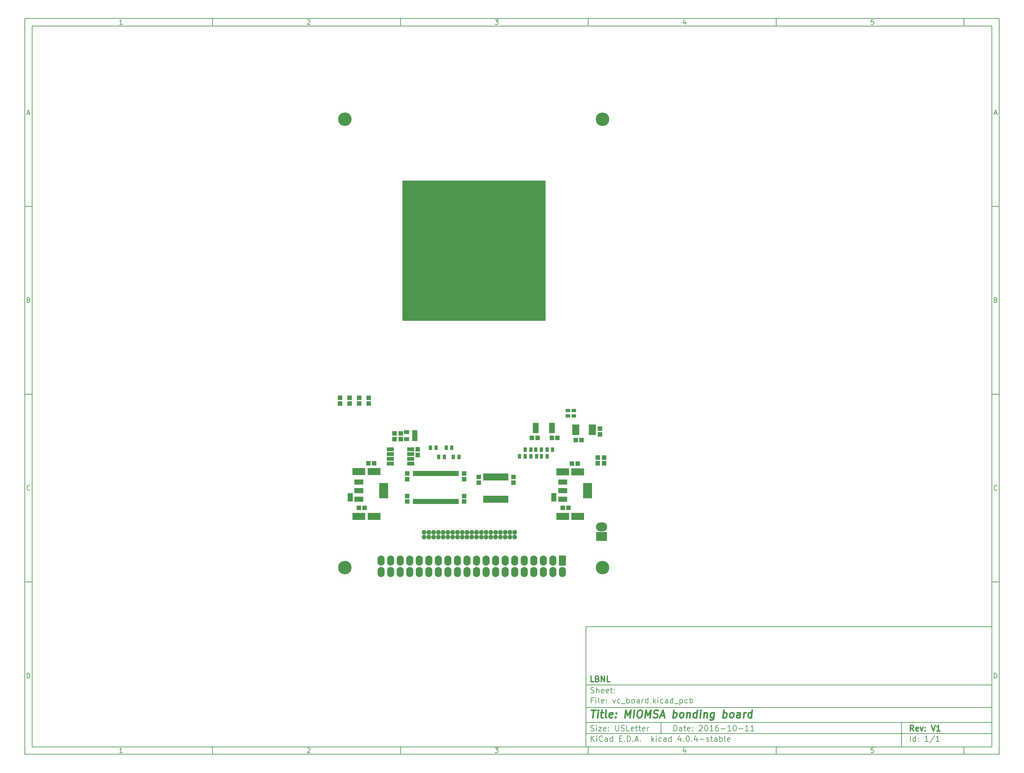
<source format=gbr>
G04 #@! TF.FileFunction,Soldermask,Top*
%FSLAX46Y46*%
G04 Gerber Fmt 4.6, Leading zero omitted, Abs format (unit mm)*
G04 Created by KiCad (PCBNEW 4.0.4-stable) date 2016 October 17, Monday 14:47:50*
%MOMM*%
%LPD*%
G01*
G04 APERTURE LIST*
%ADD10C,0.100000*%
%ADD11C,0.150000*%
%ADD12C,0.300000*%
%ADD13C,0.400000*%
%ADD14C,1.300000*%
%ADD15R,1.460000X1.050000*%
%ADD16R,0.685000X1.400000*%
%ADD17R,3.399740X1.901140*%
%ADD18R,1.200000X1.150000*%
%ADD19R,1.150000X1.200000*%
%ADD20R,0.900000X1.300000*%
%ADD21R,1.300000X0.900000*%
%ADD22R,0.850000X1.850000*%
%ADD23R,1.500000X0.650000*%
%ADD24R,2.432000X4.057600*%
%ADD25R,2.432000X1.416000*%
%ADD26R,1.950000X1.000000*%
%ADD27R,1.850000X0.850000*%
%ADD28R,1.416000X1.162000*%
%ADD29R,0.750000X0.700000*%
%ADD30R,3.000000X2.400000*%
%ADD31O,3.000000X2.400000*%
%ADD32R,0.527000X0.908000*%
%ADD33R,1.924000X0.527000*%
%ADD34R,0.654000X0.527000*%
%ADD35R,0.781000X0.527000*%
%ADD36R,0.908000X0.527000*%
%ADD37R,1.492200X0.527000*%
%ADD38R,0.770840X0.527000*%
%ADD39R,0.775920X0.527000*%
%ADD40R,0.831800X0.527000*%
%ADD41R,0.857200X0.527000*%
%ADD42R,1.111200X0.527000*%
%ADD43R,1.162000X0.527000*%
%ADD44R,20.720000X0.654000*%
%ADD45C,3.600000*%
%ADD46R,1.924000X2.686000*%
%ADD47O,1.924000X2.686000*%
%ADD48C,0.254000*%
G04 APERTURE END LIST*
D10*
D11*
X159400000Y-171900000D02*
X159400000Y-203900000D01*
X267400000Y-203900000D01*
X267400000Y-171900000D01*
X159400000Y-171900000D01*
D10*
D11*
X10000000Y-10000000D02*
X10000000Y-205900000D01*
X269400000Y-205900000D01*
X269400000Y-10000000D01*
X10000000Y-10000000D01*
D10*
D11*
X12000000Y-12000000D02*
X12000000Y-203900000D01*
X267400000Y-203900000D01*
X267400000Y-12000000D01*
X12000000Y-12000000D01*
D10*
D11*
X60000000Y-12000000D02*
X60000000Y-10000000D01*
D10*
D11*
X110000000Y-12000000D02*
X110000000Y-10000000D01*
D10*
D11*
X160000000Y-12000000D02*
X160000000Y-10000000D01*
D10*
D11*
X210000000Y-12000000D02*
X210000000Y-10000000D01*
D10*
D11*
X260000000Y-12000000D02*
X260000000Y-10000000D01*
D10*
D11*
X35990476Y-11588095D02*
X35247619Y-11588095D01*
X35619048Y-11588095D02*
X35619048Y-10288095D01*
X35495238Y-10473810D01*
X35371429Y-10597619D01*
X35247619Y-10659524D01*
D10*
D11*
X85247619Y-10411905D02*
X85309524Y-10350000D01*
X85433333Y-10288095D01*
X85742857Y-10288095D01*
X85866667Y-10350000D01*
X85928571Y-10411905D01*
X85990476Y-10535714D01*
X85990476Y-10659524D01*
X85928571Y-10845238D01*
X85185714Y-11588095D01*
X85990476Y-11588095D01*
D10*
D11*
X135185714Y-10288095D02*
X135990476Y-10288095D01*
X135557143Y-10783333D01*
X135742857Y-10783333D01*
X135866667Y-10845238D01*
X135928571Y-10907143D01*
X135990476Y-11030952D01*
X135990476Y-11340476D01*
X135928571Y-11464286D01*
X135866667Y-11526190D01*
X135742857Y-11588095D01*
X135371429Y-11588095D01*
X135247619Y-11526190D01*
X135185714Y-11464286D01*
D10*
D11*
X185866667Y-10721429D02*
X185866667Y-11588095D01*
X185557143Y-10226190D02*
X185247619Y-11154762D01*
X186052381Y-11154762D01*
D10*
D11*
X235928571Y-10288095D02*
X235309524Y-10288095D01*
X235247619Y-10907143D01*
X235309524Y-10845238D01*
X235433333Y-10783333D01*
X235742857Y-10783333D01*
X235866667Y-10845238D01*
X235928571Y-10907143D01*
X235990476Y-11030952D01*
X235990476Y-11340476D01*
X235928571Y-11464286D01*
X235866667Y-11526190D01*
X235742857Y-11588095D01*
X235433333Y-11588095D01*
X235309524Y-11526190D01*
X235247619Y-11464286D01*
D10*
D11*
X60000000Y-203900000D02*
X60000000Y-205900000D01*
D10*
D11*
X110000000Y-203900000D02*
X110000000Y-205900000D01*
D10*
D11*
X160000000Y-203900000D02*
X160000000Y-205900000D01*
D10*
D11*
X210000000Y-203900000D02*
X210000000Y-205900000D01*
D10*
D11*
X260000000Y-203900000D02*
X260000000Y-205900000D01*
D10*
D11*
X35990476Y-205488095D02*
X35247619Y-205488095D01*
X35619048Y-205488095D02*
X35619048Y-204188095D01*
X35495238Y-204373810D01*
X35371429Y-204497619D01*
X35247619Y-204559524D01*
D10*
D11*
X85247619Y-204311905D02*
X85309524Y-204250000D01*
X85433333Y-204188095D01*
X85742857Y-204188095D01*
X85866667Y-204250000D01*
X85928571Y-204311905D01*
X85990476Y-204435714D01*
X85990476Y-204559524D01*
X85928571Y-204745238D01*
X85185714Y-205488095D01*
X85990476Y-205488095D01*
D10*
D11*
X135185714Y-204188095D02*
X135990476Y-204188095D01*
X135557143Y-204683333D01*
X135742857Y-204683333D01*
X135866667Y-204745238D01*
X135928571Y-204807143D01*
X135990476Y-204930952D01*
X135990476Y-205240476D01*
X135928571Y-205364286D01*
X135866667Y-205426190D01*
X135742857Y-205488095D01*
X135371429Y-205488095D01*
X135247619Y-205426190D01*
X135185714Y-205364286D01*
D10*
D11*
X185866667Y-204621429D02*
X185866667Y-205488095D01*
X185557143Y-204126190D02*
X185247619Y-205054762D01*
X186052381Y-205054762D01*
D10*
D11*
X235928571Y-204188095D02*
X235309524Y-204188095D01*
X235247619Y-204807143D01*
X235309524Y-204745238D01*
X235433333Y-204683333D01*
X235742857Y-204683333D01*
X235866667Y-204745238D01*
X235928571Y-204807143D01*
X235990476Y-204930952D01*
X235990476Y-205240476D01*
X235928571Y-205364286D01*
X235866667Y-205426190D01*
X235742857Y-205488095D01*
X235433333Y-205488095D01*
X235309524Y-205426190D01*
X235247619Y-205364286D01*
D10*
D11*
X10000000Y-60000000D02*
X12000000Y-60000000D01*
D10*
D11*
X10000000Y-110000000D02*
X12000000Y-110000000D01*
D10*
D11*
X10000000Y-160000000D02*
X12000000Y-160000000D01*
D10*
D11*
X10690476Y-35216667D02*
X11309524Y-35216667D01*
X10566667Y-35588095D02*
X11000000Y-34288095D01*
X11433333Y-35588095D01*
D10*
D11*
X11092857Y-84907143D02*
X11278571Y-84969048D01*
X11340476Y-85030952D01*
X11402381Y-85154762D01*
X11402381Y-85340476D01*
X11340476Y-85464286D01*
X11278571Y-85526190D01*
X11154762Y-85588095D01*
X10659524Y-85588095D01*
X10659524Y-84288095D01*
X11092857Y-84288095D01*
X11216667Y-84350000D01*
X11278571Y-84411905D01*
X11340476Y-84535714D01*
X11340476Y-84659524D01*
X11278571Y-84783333D01*
X11216667Y-84845238D01*
X11092857Y-84907143D01*
X10659524Y-84907143D01*
D10*
D11*
X11402381Y-135464286D02*
X11340476Y-135526190D01*
X11154762Y-135588095D01*
X11030952Y-135588095D01*
X10845238Y-135526190D01*
X10721429Y-135402381D01*
X10659524Y-135278571D01*
X10597619Y-135030952D01*
X10597619Y-134845238D01*
X10659524Y-134597619D01*
X10721429Y-134473810D01*
X10845238Y-134350000D01*
X11030952Y-134288095D01*
X11154762Y-134288095D01*
X11340476Y-134350000D01*
X11402381Y-134411905D01*
D10*
D11*
X10659524Y-185588095D02*
X10659524Y-184288095D01*
X10969048Y-184288095D01*
X11154762Y-184350000D01*
X11278571Y-184473810D01*
X11340476Y-184597619D01*
X11402381Y-184845238D01*
X11402381Y-185030952D01*
X11340476Y-185278571D01*
X11278571Y-185402381D01*
X11154762Y-185526190D01*
X10969048Y-185588095D01*
X10659524Y-185588095D01*
D10*
D11*
X269400000Y-60000000D02*
X267400000Y-60000000D01*
D10*
D11*
X269400000Y-110000000D02*
X267400000Y-110000000D01*
D10*
D11*
X269400000Y-160000000D02*
X267400000Y-160000000D01*
D10*
D11*
X268090476Y-35216667D02*
X268709524Y-35216667D01*
X267966667Y-35588095D02*
X268400000Y-34288095D01*
X268833333Y-35588095D01*
D10*
D11*
X268492857Y-84907143D02*
X268678571Y-84969048D01*
X268740476Y-85030952D01*
X268802381Y-85154762D01*
X268802381Y-85340476D01*
X268740476Y-85464286D01*
X268678571Y-85526190D01*
X268554762Y-85588095D01*
X268059524Y-85588095D01*
X268059524Y-84288095D01*
X268492857Y-84288095D01*
X268616667Y-84350000D01*
X268678571Y-84411905D01*
X268740476Y-84535714D01*
X268740476Y-84659524D01*
X268678571Y-84783333D01*
X268616667Y-84845238D01*
X268492857Y-84907143D01*
X268059524Y-84907143D01*
D10*
D11*
X268802381Y-135464286D02*
X268740476Y-135526190D01*
X268554762Y-135588095D01*
X268430952Y-135588095D01*
X268245238Y-135526190D01*
X268121429Y-135402381D01*
X268059524Y-135278571D01*
X267997619Y-135030952D01*
X267997619Y-134845238D01*
X268059524Y-134597619D01*
X268121429Y-134473810D01*
X268245238Y-134350000D01*
X268430952Y-134288095D01*
X268554762Y-134288095D01*
X268740476Y-134350000D01*
X268802381Y-134411905D01*
D10*
D11*
X268059524Y-185588095D02*
X268059524Y-184288095D01*
X268369048Y-184288095D01*
X268554762Y-184350000D01*
X268678571Y-184473810D01*
X268740476Y-184597619D01*
X268802381Y-184845238D01*
X268802381Y-185030952D01*
X268740476Y-185278571D01*
X268678571Y-185402381D01*
X268554762Y-185526190D01*
X268369048Y-185588095D01*
X268059524Y-185588095D01*
D10*
D11*
X182757143Y-199678571D02*
X182757143Y-198178571D01*
X183114286Y-198178571D01*
X183328571Y-198250000D01*
X183471429Y-198392857D01*
X183542857Y-198535714D01*
X183614286Y-198821429D01*
X183614286Y-199035714D01*
X183542857Y-199321429D01*
X183471429Y-199464286D01*
X183328571Y-199607143D01*
X183114286Y-199678571D01*
X182757143Y-199678571D01*
X184900000Y-199678571D02*
X184900000Y-198892857D01*
X184828571Y-198750000D01*
X184685714Y-198678571D01*
X184400000Y-198678571D01*
X184257143Y-198750000D01*
X184900000Y-199607143D02*
X184757143Y-199678571D01*
X184400000Y-199678571D01*
X184257143Y-199607143D01*
X184185714Y-199464286D01*
X184185714Y-199321429D01*
X184257143Y-199178571D01*
X184400000Y-199107143D01*
X184757143Y-199107143D01*
X184900000Y-199035714D01*
X185400000Y-198678571D02*
X185971429Y-198678571D01*
X185614286Y-198178571D02*
X185614286Y-199464286D01*
X185685714Y-199607143D01*
X185828572Y-199678571D01*
X185971429Y-199678571D01*
X187042857Y-199607143D02*
X186900000Y-199678571D01*
X186614286Y-199678571D01*
X186471429Y-199607143D01*
X186400000Y-199464286D01*
X186400000Y-198892857D01*
X186471429Y-198750000D01*
X186614286Y-198678571D01*
X186900000Y-198678571D01*
X187042857Y-198750000D01*
X187114286Y-198892857D01*
X187114286Y-199035714D01*
X186400000Y-199178571D01*
X187757143Y-199535714D02*
X187828571Y-199607143D01*
X187757143Y-199678571D01*
X187685714Y-199607143D01*
X187757143Y-199535714D01*
X187757143Y-199678571D01*
X187757143Y-198750000D02*
X187828571Y-198821429D01*
X187757143Y-198892857D01*
X187685714Y-198821429D01*
X187757143Y-198750000D01*
X187757143Y-198892857D01*
X189542857Y-198321429D02*
X189614286Y-198250000D01*
X189757143Y-198178571D01*
X190114286Y-198178571D01*
X190257143Y-198250000D01*
X190328572Y-198321429D01*
X190400000Y-198464286D01*
X190400000Y-198607143D01*
X190328572Y-198821429D01*
X189471429Y-199678571D01*
X190400000Y-199678571D01*
X191328571Y-198178571D02*
X191471428Y-198178571D01*
X191614285Y-198250000D01*
X191685714Y-198321429D01*
X191757143Y-198464286D01*
X191828571Y-198750000D01*
X191828571Y-199107143D01*
X191757143Y-199392857D01*
X191685714Y-199535714D01*
X191614285Y-199607143D01*
X191471428Y-199678571D01*
X191328571Y-199678571D01*
X191185714Y-199607143D01*
X191114285Y-199535714D01*
X191042857Y-199392857D01*
X190971428Y-199107143D01*
X190971428Y-198750000D01*
X191042857Y-198464286D01*
X191114285Y-198321429D01*
X191185714Y-198250000D01*
X191328571Y-198178571D01*
X193257142Y-199678571D02*
X192399999Y-199678571D01*
X192828571Y-199678571D02*
X192828571Y-198178571D01*
X192685714Y-198392857D01*
X192542856Y-198535714D01*
X192399999Y-198607143D01*
X194542856Y-198178571D02*
X194257142Y-198178571D01*
X194114285Y-198250000D01*
X194042856Y-198321429D01*
X193899999Y-198535714D01*
X193828570Y-198821429D01*
X193828570Y-199392857D01*
X193899999Y-199535714D01*
X193971427Y-199607143D01*
X194114285Y-199678571D01*
X194399999Y-199678571D01*
X194542856Y-199607143D01*
X194614285Y-199535714D01*
X194685713Y-199392857D01*
X194685713Y-199035714D01*
X194614285Y-198892857D01*
X194542856Y-198821429D01*
X194399999Y-198750000D01*
X194114285Y-198750000D01*
X193971427Y-198821429D01*
X193899999Y-198892857D01*
X193828570Y-199035714D01*
X195328570Y-199107143D02*
X196471427Y-199107143D01*
X197971427Y-199678571D02*
X197114284Y-199678571D01*
X197542856Y-199678571D02*
X197542856Y-198178571D01*
X197399999Y-198392857D01*
X197257141Y-198535714D01*
X197114284Y-198607143D01*
X198899998Y-198178571D02*
X199042855Y-198178571D01*
X199185712Y-198250000D01*
X199257141Y-198321429D01*
X199328570Y-198464286D01*
X199399998Y-198750000D01*
X199399998Y-199107143D01*
X199328570Y-199392857D01*
X199257141Y-199535714D01*
X199185712Y-199607143D01*
X199042855Y-199678571D01*
X198899998Y-199678571D01*
X198757141Y-199607143D01*
X198685712Y-199535714D01*
X198614284Y-199392857D01*
X198542855Y-199107143D01*
X198542855Y-198750000D01*
X198614284Y-198464286D01*
X198685712Y-198321429D01*
X198757141Y-198250000D01*
X198899998Y-198178571D01*
X200042855Y-199107143D02*
X201185712Y-199107143D01*
X202685712Y-199678571D02*
X201828569Y-199678571D01*
X202257141Y-199678571D02*
X202257141Y-198178571D01*
X202114284Y-198392857D01*
X201971426Y-198535714D01*
X201828569Y-198607143D01*
X204114283Y-199678571D02*
X203257140Y-199678571D01*
X203685712Y-199678571D02*
X203685712Y-198178571D01*
X203542855Y-198392857D01*
X203399997Y-198535714D01*
X203257140Y-198607143D01*
D10*
D11*
X159400000Y-200400000D02*
X267400000Y-200400000D01*
D10*
D11*
X160757143Y-202478571D02*
X160757143Y-200978571D01*
X161614286Y-202478571D02*
X160971429Y-201621429D01*
X161614286Y-200978571D02*
X160757143Y-201835714D01*
X162257143Y-202478571D02*
X162257143Y-201478571D01*
X162257143Y-200978571D02*
X162185714Y-201050000D01*
X162257143Y-201121429D01*
X162328571Y-201050000D01*
X162257143Y-200978571D01*
X162257143Y-201121429D01*
X163828572Y-202335714D02*
X163757143Y-202407143D01*
X163542857Y-202478571D01*
X163400000Y-202478571D01*
X163185715Y-202407143D01*
X163042857Y-202264286D01*
X162971429Y-202121429D01*
X162900000Y-201835714D01*
X162900000Y-201621429D01*
X162971429Y-201335714D01*
X163042857Y-201192857D01*
X163185715Y-201050000D01*
X163400000Y-200978571D01*
X163542857Y-200978571D01*
X163757143Y-201050000D01*
X163828572Y-201121429D01*
X165114286Y-202478571D02*
X165114286Y-201692857D01*
X165042857Y-201550000D01*
X164900000Y-201478571D01*
X164614286Y-201478571D01*
X164471429Y-201550000D01*
X165114286Y-202407143D02*
X164971429Y-202478571D01*
X164614286Y-202478571D01*
X164471429Y-202407143D01*
X164400000Y-202264286D01*
X164400000Y-202121429D01*
X164471429Y-201978571D01*
X164614286Y-201907143D01*
X164971429Y-201907143D01*
X165114286Y-201835714D01*
X166471429Y-202478571D02*
X166471429Y-200978571D01*
X166471429Y-202407143D02*
X166328572Y-202478571D01*
X166042858Y-202478571D01*
X165900000Y-202407143D01*
X165828572Y-202335714D01*
X165757143Y-202192857D01*
X165757143Y-201764286D01*
X165828572Y-201621429D01*
X165900000Y-201550000D01*
X166042858Y-201478571D01*
X166328572Y-201478571D01*
X166471429Y-201550000D01*
X168328572Y-201692857D02*
X168828572Y-201692857D01*
X169042858Y-202478571D02*
X168328572Y-202478571D01*
X168328572Y-200978571D01*
X169042858Y-200978571D01*
X169685715Y-202335714D02*
X169757143Y-202407143D01*
X169685715Y-202478571D01*
X169614286Y-202407143D01*
X169685715Y-202335714D01*
X169685715Y-202478571D01*
X170400001Y-202478571D02*
X170400001Y-200978571D01*
X170757144Y-200978571D01*
X170971429Y-201050000D01*
X171114287Y-201192857D01*
X171185715Y-201335714D01*
X171257144Y-201621429D01*
X171257144Y-201835714D01*
X171185715Y-202121429D01*
X171114287Y-202264286D01*
X170971429Y-202407143D01*
X170757144Y-202478571D01*
X170400001Y-202478571D01*
X171900001Y-202335714D02*
X171971429Y-202407143D01*
X171900001Y-202478571D01*
X171828572Y-202407143D01*
X171900001Y-202335714D01*
X171900001Y-202478571D01*
X172542858Y-202050000D02*
X173257144Y-202050000D01*
X172400001Y-202478571D02*
X172900001Y-200978571D01*
X173400001Y-202478571D01*
X173900001Y-202335714D02*
X173971429Y-202407143D01*
X173900001Y-202478571D01*
X173828572Y-202407143D01*
X173900001Y-202335714D01*
X173900001Y-202478571D01*
X176900001Y-202478571D02*
X176900001Y-200978571D01*
X177042858Y-201907143D02*
X177471429Y-202478571D01*
X177471429Y-201478571D02*
X176900001Y-202050000D01*
X178114287Y-202478571D02*
X178114287Y-201478571D01*
X178114287Y-200978571D02*
X178042858Y-201050000D01*
X178114287Y-201121429D01*
X178185715Y-201050000D01*
X178114287Y-200978571D01*
X178114287Y-201121429D01*
X179471430Y-202407143D02*
X179328573Y-202478571D01*
X179042859Y-202478571D01*
X178900001Y-202407143D01*
X178828573Y-202335714D01*
X178757144Y-202192857D01*
X178757144Y-201764286D01*
X178828573Y-201621429D01*
X178900001Y-201550000D01*
X179042859Y-201478571D01*
X179328573Y-201478571D01*
X179471430Y-201550000D01*
X180757144Y-202478571D02*
X180757144Y-201692857D01*
X180685715Y-201550000D01*
X180542858Y-201478571D01*
X180257144Y-201478571D01*
X180114287Y-201550000D01*
X180757144Y-202407143D02*
X180614287Y-202478571D01*
X180257144Y-202478571D01*
X180114287Y-202407143D01*
X180042858Y-202264286D01*
X180042858Y-202121429D01*
X180114287Y-201978571D01*
X180257144Y-201907143D01*
X180614287Y-201907143D01*
X180757144Y-201835714D01*
X182114287Y-202478571D02*
X182114287Y-200978571D01*
X182114287Y-202407143D02*
X181971430Y-202478571D01*
X181685716Y-202478571D01*
X181542858Y-202407143D01*
X181471430Y-202335714D01*
X181400001Y-202192857D01*
X181400001Y-201764286D01*
X181471430Y-201621429D01*
X181542858Y-201550000D01*
X181685716Y-201478571D01*
X181971430Y-201478571D01*
X182114287Y-201550000D01*
X184614287Y-201478571D02*
X184614287Y-202478571D01*
X184257144Y-200907143D02*
X183900001Y-201978571D01*
X184828573Y-201978571D01*
X185400001Y-202335714D02*
X185471429Y-202407143D01*
X185400001Y-202478571D01*
X185328572Y-202407143D01*
X185400001Y-202335714D01*
X185400001Y-202478571D01*
X186400001Y-200978571D02*
X186542858Y-200978571D01*
X186685715Y-201050000D01*
X186757144Y-201121429D01*
X186828573Y-201264286D01*
X186900001Y-201550000D01*
X186900001Y-201907143D01*
X186828573Y-202192857D01*
X186757144Y-202335714D01*
X186685715Y-202407143D01*
X186542858Y-202478571D01*
X186400001Y-202478571D01*
X186257144Y-202407143D01*
X186185715Y-202335714D01*
X186114287Y-202192857D01*
X186042858Y-201907143D01*
X186042858Y-201550000D01*
X186114287Y-201264286D01*
X186185715Y-201121429D01*
X186257144Y-201050000D01*
X186400001Y-200978571D01*
X187542858Y-202335714D02*
X187614286Y-202407143D01*
X187542858Y-202478571D01*
X187471429Y-202407143D01*
X187542858Y-202335714D01*
X187542858Y-202478571D01*
X188900001Y-201478571D02*
X188900001Y-202478571D01*
X188542858Y-200907143D02*
X188185715Y-201978571D01*
X189114287Y-201978571D01*
X189685715Y-201907143D02*
X190828572Y-201907143D01*
X191471429Y-202407143D02*
X191614286Y-202478571D01*
X191900001Y-202478571D01*
X192042858Y-202407143D01*
X192114286Y-202264286D01*
X192114286Y-202192857D01*
X192042858Y-202050000D01*
X191900001Y-201978571D01*
X191685715Y-201978571D01*
X191542858Y-201907143D01*
X191471429Y-201764286D01*
X191471429Y-201692857D01*
X191542858Y-201550000D01*
X191685715Y-201478571D01*
X191900001Y-201478571D01*
X192042858Y-201550000D01*
X192542858Y-201478571D02*
X193114287Y-201478571D01*
X192757144Y-200978571D02*
X192757144Y-202264286D01*
X192828572Y-202407143D01*
X192971430Y-202478571D01*
X193114287Y-202478571D01*
X194257144Y-202478571D02*
X194257144Y-201692857D01*
X194185715Y-201550000D01*
X194042858Y-201478571D01*
X193757144Y-201478571D01*
X193614287Y-201550000D01*
X194257144Y-202407143D02*
X194114287Y-202478571D01*
X193757144Y-202478571D01*
X193614287Y-202407143D01*
X193542858Y-202264286D01*
X193542858Y-202121429D01*
X193614287Y-201978571D01*
X193757144Y-201907143D01*
X194114287Y-201907143D01*
X194257144Y-201835714D01*
X194971430Y-202478571D02*
X194971430Y-200978571D01*
X194971430Y-201550000D02*
X195114287Y-201478571D01*
X195400001Y-201478571D01*
X195542858Y-201550000D01*
X195614287Y-201621429D01*
X195685716Y-201764286D01*
X195685716Y-202192857D01*
X195614287Y-202335714D01*
X195542858Y-202407143D01*
X195400001Y-202478571D01*
X195114287Y-202478571D01*
X194971430Y-202407143D01*
X196542859Y-202478571D02*
X196400001Y-202407143D01*
X196328573Y-202264286D01*
X196328573Y-200978571D01*
X197685715Y-202407143D02*
X197542858Y-202478571D01*
X197257144Y-202478571D01*
X197114287Y-202407143D01*
X197042858Y-202264286D01*
X197042858Y-201692857D01*
X197114287Y-201550000D01*
X197257144Y-201478571D01*
X197542858Y-201478571D01*
X197685715Y-201550000D01*
X197757144Y-201692857D01*
X197757144Y-201835714D01*
X197042858Y-201978571D01*
D10*
D11*
X159400000Y-197400000D02*
X267400000Y-197400000D01*
D10*
D12*
X246614286Y-199678571D02*
X246114286Y-198964286D01*
X245757143Y-199678571D02*
X245757143Y-198178571D01*
X246328571Y-198178571D01*
X246471429Y-198250000D01*
X246542857Y-198321429D01*
X246614286Y-198464286D01*
X246614286Y-198678571D01*
X246542857Y-198821429D01*
X246471429Y-198892857D01*
X246328571Y-198964286D01*
X245757143Y-198964286D01*
X247828571Y-199607143D02*
X247685714Y-199678571D01*
X247400000Y-199678571D01*
X247257143Y-199607143D01*
X247185714Y-199464286D01*
X247185714Y-198892857D01*
X247257143Y-198750000D01*
X247400000Y-198678571D01*
X247685714Y-198678571D01*
X247828571Y-198750000D01*
X247900000Y-198892857D01*
X247900000Y-199035714D01*
X247185714Y-199178571D01*
X248400000Y-198678571D02*
X248757143Y-199678571D01*
X249114285Y-198678571D01*
X249685714Y-199535714D02*
X249757142Y-199607143D01*
X249685714Y-199678571D01*
X249614285Y-199607143D01*
X249685714Y-199535714D01*
X249685714Y-199678571D01*
X249685714Y-198750000D02*
X249757142Y-198821429D01*
X249685714Y-198892857D01*
X249614285Y-198821429D01*
X249685714Y-198750000D01*
X249685714Y-198892857D01*
X251328571Y-198178571D02*
X251828571Y-199678571D01*
X252328571Y-198178571D01*
X253614285Y-199678571D02*
X252757142Y-199678571D01*
X253185714Y-199678571D02*
X253185714Y-198178571D01*
X253042857Y-198392857D01*
X252899999Y-198535714D01*
X252757142Y-198607143D01*
D10*
D11*
X160685714Y-199607143D02*
X160900000Y-199678571D01*
X161257143Y-199678571D01*
X161400000Y-199607143D01*
X161471429Y-199535714D01*
X161542857Y-199392857D01*
X161542857Y-199250000D01*
X161471429Y-199107143D01*
X161400000Y-199035714D01*
X161257143Y-198964286D01*
X160971429Y-198892857D01*
X160828571Y-198821429D01*
X160757143Y-198750000D01*
X160685714Y-198607143D01*
X160685714Y-198464286D01*
X160757143Y-198321429D01*
X160828571Y-198250000D01*
X160971429Y-198178571D01*
X161328571Y-198178571D01*
X161542857Y-198250000D01*
X162185714Y-199678571D02*
X162185714Y-198678571D01*
X162185714Y-198178571D02*
X162114285Y-198250000D01*
X162185714Y-198321429D01*
X162257142Y-198250000D01*
X162185714Y-198178571D01*
X162185714Y-198321429D01*
X162757143Y-198678571D02*
X163542857Y-198678571D01*
X162757143Y-199678571D01*
X163542857Y-199678571D01*
X164685714Y-199607143D02*
X164542857Y-199678571D01*
X164257143Y-199678571D01*
X164114286Y-199607143D01*
X164042857Y-199464286D01*
X164042857Y-198892857D01*
X164114286Y-198750000D01*
X164257143Y-198678571D01*
X164542857Y-198678571D01*
X164685714Y-198750000D01*
X164757143Y-198892857D01*
X164757143Y-199035714D01*
X164042857Y-199178571D01*
X165400000Y-199535714D02*
X165471428Y-199607143D01*
X165400000Y-199678571D01*
X165328571Y-199607143D01*
X165400000Y-199535714D01*
X165400000Y-199678571D01*
X165400000Y-198750000D02*
X165471428Y-198821429D01*
X165400000Y-198892857D01*
X165328571Y-198821429D01*
X165400000Y-198750000D01*
X165400000Y-198892857D01*
X167257143Y-198178571D02*
X167257143Y-199392857D01*
X167328571Y-199535714D01*
X167400000Y-199607143D01*
X167542857Y-199678571D01*
X167828571Y-199678571D01*
X167971429Y-199607143D01*
X168042857Y-199535714D01*
X168114286Y-199392857D01*
X168114286Y-198178571D01*
X168757143Y-199607143D02*
X168971429Y-199678571D01*
X169328572Y-199678571D01*
X169471429Y-199607143D01*
X169542858Y-199535714D01*
X169614286Y-199392857D01*
X169614286Y-199250000D01*
X169542858Y-199107143D01*
X169471429Y-199035714D01*
X169328572Y-198964286D01*
X169042858Y-198892857D01*
X168900000Y-198821429D01*
X168828572Y-198750000D01*
X168757143Y-198607143D01*
X168757143Y-198464286D01*
X168828572Y-198321429D01*
X168900000Y-198250000D01*
X169042858Y-198178571D01*
X169400000Y-198178571D01*
X169614286Y-198250000D01*
X170971429Y-199678571D02*
X170257143Y-199678571D01*
X170257143Y-198178571D01*
X172042857Y-199607143D02*
X171900000Y-199678571D01*
X171614286Y-199678571D01*
X171471429Y-199607143D01*
X171400000Y-199464286D01*
X171400000Y-198892857D01*
X171471429Y-198750000D01*
X171614286Y-198678571D01*
X171900000Y-198678571D01*
X172042857Y-198750000D01*
X172114286Y-198892857D01*
X172114286Y-199035714D01*
X171400000Y-199178571D01*
X172542857Y-198678571D02*
X173114286Y-198678571D01*
X172757143Y-198178571D02*
X172757143Y-199464286D01*
X172828571Y-199607143D01*
X172971429Y-199678571D01*
X173114286Y-199678571D01*
X173400000Y-198678571D02*
X173971429Y-198678571D01*
X173614286Y-198178571D02*
X173614286Y-199464286D01*
X173685714Y-199607143D01*
X173828572Y-199678571D01*
X173971429Y-199678571D01*
X175042857Y-199607143D02*
X174900000Y-199678571D01*
X174614286Y-199678571D01*
X174471429Y-199607143D01*
X174400000Y-199464286D01*
X174400000Y-198892857D01*
X174471429Y-198750000D01*
X174614286Y-198678571D01*
X174900000Y-198678571D01*
X175042857Y-198750000D01*
X175114286Y-198892857D01*
X175114286Y-199035714D01*
X174400000Y-199178571D01*
X175757143Y-199678571D02*
X175757143Y-198678571D01*
X175757143Y-198964286D02*
X175828571Y-198821429D01*
X175900000Y-198750000D01*
X176042857Y-198678571D01*
X176185714Y-198678571D01*
D10*
D11*
X245757143Y-202478571D02*
X245757143Y-200978571D01*
X247114286Y-202478571D02*
X247114286Y-200978571D01*
X247114286Y-202407143D02*
X246971429Y-202478571D01*
X246685715Y-202478571D01*
X246542857Y-202407143D01*
X246471429Y-202335714D01*
X246400000Y-202192857D01*
X246400000Y-201764286D01*
X246471429Y-201621429D01*
X246542857Y-201550000D01*
X246685715Y-201478571D01*
X246971429Y-201478571D01*
X247114286Y-201550000D01*
X247828572Y-202335714D02*
X247900000Y-202407143D01*
X247828572Y-202478571D01*
X247757143Y-202407143D01*
X247828572Y-202335714D01*
X247828572Y-202478571D01*
X247828572Y-201550000D02*
X247900000Y-201621429D01*
X247828572Y-201692857D01*
X247757143Y-201621429D01*
X247828572Y-201550000D01*
X247828572Y-201692857D01*
X250471429Y-202478571D02*
X249614286Y-202478571D01*
X250042858Y-202478571D02*
X250042858Y-200978571D01*
X249900001Y-201192857D01*
X249757143Y-201335714D01*
X249614286Y-201407143D01*
X252185714Y-200907143D02*
X250900000Y-202835714D01*
X253471429Y-202478571D02*
X252614286Y-202478571D01*
X253042858Y-202478571D02*
X253042858Y-200978571D01*
X252900001Y-201192857D01*
X252757143Y-201335714D01*
X252614286Y-201407143D01*
D10*
D11*
X159400000Y-193400000D02*
X267400000Y-193400000D01*
D10*
D13*
X160852381Y-194104762D02*
X161995238Y-194104762D01*
X161173810Y-196104762D02*
X161423810Y-194104762D01*
X162411905Y-196104762D02*
X162578571Y-194771429D01*
X162661905Y-194104762D02*
X162554762Y-194200000D01*
X162638095Y-194295238D01*
X162745239Y-194200000D01*
X162661905Y-194104762D01*
X162638095Y-194295238D01*
X163245238Y-194771429D02*
X164007143Y-194771429D01*
X163614286Y-194104762D02*
X163400000Y-195819048D01*
X163471430Y-196009524D01*
X163650001Y-196104762D01*
X163840477Y-196104762D01*
X164792858Y-196104762D02*
X164614287Y-196009524D01*
X164542857Y-195819048D01*
X164757143Y-194104762D01*
X166328572Y-196009524D02*
X166126191Y-196104762D01*
X165745239Y-196104762D01*
X165566667Y-196009524D01*
X165495238Y-195819048D01*
X165590476Y-195057143D01*
X165709524Y-194866667D01*
X165911905Y-194771429D01*
X166292857Y-194771429D01*
X166471429Y-194866667D01*
X166542857Y-195057143D01*
X166519048Y-195247619D01*
X165542857Y-195438095D01*
X167292857Y-195914286D02*
X167376192Y-196009524D01*
X167269048Y-196104762D01*
X167185715Y-196009524D01*
X167292857Y-195914286D01*
X167269048Y-196104762D01*
X167423810Y-194866667D02*
X167507144Y-194961905D01*
X167400000Y-195057143D01*
X167316667Y-194961905D01*
X167423810Y-194866667D01*
X167400000Y-195057143D01*
X169745239Y-196104762D02*
X169995239Y-194104762D01*
X170483334Y-195533333D01*
X171328573Y-194104762D01*
X171078573Y-196104762D01*
X172030953Y-196104762D02*
X172280953Y-194104762D01*
X173614287Y-194104762D02*
X173995239Y-194104762D01*
X174173810Y-194200000D01*
X174340478Y-194390476D01*
X174388096Y-194771429D01*
X174304763Y-195438095D01*
X174161906Y-195819048D01*
X173947620Y-196009524D01*
X173745239Y-196104762D01*
X173364287Y-196104762D01*
X173185716Y-196009524D01*
X173019048Y-195819048D01*
X172971429Y-195438095D01*
X173054762Y-194771429D01*
X173197620Y-194390476D01*
X173411906Y-194200000D01*
X173614287Y-194104762D01*
X175078572Y-196104762D02*
X175328572Y-194104762D01*
X175816667Y-195533333D01*
X176661906Y-194104762D01*
X176411906Y-196104762D01*
X177280953Y-196009524D02*
X177554763Y-196104762D01*
X178030953Y-196104762D01*
X178233334Y-196009524D01*
X178340476Y-195914286D01*
X178459525Y-195723810D01*
X178483334Y-195533333D01*
X178411905Y-195342857D01*
X178328572Y-195247619D01*
X178150000Y-195152381D01*
X177780953Y-195057143D01*
X177602382Y-194961905D01*
X177519048Y-194866667D01*
X177447619Y-194676190D01*
X177471429Y-194485714D01*
X177590476Y-194295238D01*
X177697620Y-194200000D01*
X177900001Y-194104762D01*
X178376191Y-194104762D01*
X178650001Y-194200000D01*
X179245238Y-195533333D02*
X180197619Y-195533333D01*
X178983334Y-196104762D02*
X179900001Y-194104762D01*
X180316668Y-196104762D01*
X182507144Y-196104762D02*
X182757144Y-194104762D01*
X182661906Y-194866667D02*
X182864287Y-194771429D01*
X183245239Y-194771429D01*
X183423811Y-194866667D01*
X183507144Y-194961905D01*
X183578572Y-195152381D01*
X183507144Y-195723810D01*
X183388096Y-195914286D01*
X183280954Y-196009524D01*
X183078573Y-196104762D01*
X182697621Y-196104762D01*
X182519049Y-196009524D01*
X184602383Y-196104762D02*
X184423812Y-196009524D01*
X184340477Y-195914286D01*
X184269049Y-195723810D01*
X184340477Y-195152381D01*
X184459525Y-194961905D01*
X184566669Y-194866667D01*
X184769049Y-194771429D01*
X185054763Y-194771429D01*
X185233335Y-194866667D01*
X185316668Y-194961905D01*
X185388096Y-195152381D01*
X185316668Y-195723810D01*
X185197620Y-195914286D01*
X185090478Y-196009524D01*
X184888097Y-196104762D01*
X184602383Y-196104762D01*
X186292858Y-194771429D02*
X186126192Y-196104762D01*
X186269049Y-194961905D02*
X186376193Y-194866667D01*
X186578573Y-194771429D01*
X186864287Y-194771429D01*
X187042859Y-194866667D01*
X187114287Y-195057143D01*
X186983335Y-196104762D01*
X188792859Y-196104762D02*
X189042859Y-194104762D01*
X188804764Y-196009524D02*
X188602383Y-196104762D01*
X188221431Y-196104762D01*
X188042860Y-196009524D01*
X187959525Y-195914286D01*
X187888097Y-195723810D01*
X187959525Y-195152381D01*
X188078573Y-194961905D01*
X188185717Y-194866667D01*
X188388097Y-194771429D01*
X188769049Y-194771429D01*
X188947621Y-194866667D01*
X189745240Y-196104762D02*
X189911906Y-194771429D01*
X189995240Y-194104762D02*
X189888097Y-194200000D01*
X189971430Y-194295238D01*
X190078574Y-194200000D01*
X189995240Y-194104762D01*
X189971430Y-194295238D01*
X190864287Y-194771429D02*
X190697621Y-196104762D01*
X190840478Y-194961905D02*
X190947622Y-194866667D01*
X191150002Y-194771429D01*
X191435716Y-194771429D01*
X191614288Y-194866667D01*
X191685716Y-195057143D01*
X191554764Y-196104762D01*
X193530954Y-194771429D02*
X193328573Y-196390476D01*
X193209526Y-196580952D01*
X193102383Y-196676190D01*
X192900002Y-196771429D01*
X192614288Y-196771429D01*
X192435716Y-196676190D01*
X193376193Y-196009524D02*
X193173812Y-196104762D01*
X192792860Y-196104762D01*
X192614289Y-196009524D01*
X192530954Y-195914286D01*
X192459526Y-195723810D01*
X192530954Y-195152381D01*
X192650002Y-194961905D01*
X192757146Y-194866667D01*
X192959526Y-194771429D01*
X193340478Y-194771429D01*
X193519050Y-194866667D01*
X195840479Y-196104762D02*
X196090479Y-194104762D01*
X195995241Y-194866667D02*
X196197622Y-194771429D01*
X196578574Y-194771429D01*
X196757146Y-194866667D01*
X196840479Y-194961905D01*
X196911907Y-195152381D01*
X196840479Y-195723810D01*
X196721431Y-195914286D01*
X196614289Y-196009524D01*
X196411908Y-196104762D01*
X196030956Y-196104762D01*
X195852384Y-196009524D01*
X197935718Y-196104762D02*
X197757147Y-196009524D01*
X197673812Y-195914286D01*
X197602384Y-195723810D01*
X197673812Y-195152381D01*
X197792860Y-194961905D01*
X197900004Y-194866667D01*
X198102384Y-194771429D01*
X198388098Y-194771429D01*
X198566670Y-194866667D01*
X198650003Y-194961905D01*
X198721431Y-195152381D01*
X198650003Y-195723810D01*
X198530955Y-195914286D01*
X198423813Y-196009524D01*
X198221432Y-196104762D01*
X197935718Y-196104762D01*
X200316670Y-196104762D02*
X200447622Y-195057143D01*
X200376194Y-194866667D01*
X200197622Y-194771429D01*
X199816670Y-194771429D01*
X199614289Y-194866667D01*
X200328575Y-196009524D02*
X200126194Y-196104762D01*
X199650004Y-196104762D01*
X199471432Y-196009524D01*
X199400003Y-195819048D01*
X199423813Y-195628571D01*
X199542860Y-195438095D01*
X199745242Y-195342857D01*
X200221432Y-195342857D01*
X200423813Y-195247619D01*
X201269051Y-196104762D02*
X201435717Y-194771429D01*
X201388098Y-195152381D02*
X201507147Y-194961905D01*
X201614290Y-194866667D01*
X201816670Y-194771429D01*
X202007146Y-194771429D01*
X203364289Y-196104762D02*
X203614289Y-194104762D01*
X203376194Y-196009524D02*
X203173813Y-196104762D01*
X202792861Y-196104762D01*
X202614290Y-196009524D01*
X202530955Y-195914286D01*
X202459527Y-195723810D01*
X202530955Y-195152381D01*
X202650003Y-194961905D01*
X202757147Y-194866667D01*
X202959527Y-194771429D01*
X203340479Y-194771429D01*
X203519051Y-194866667D01*
D10*
D11*
X161257143Y-191492857D02*
X160757143Y-191492857D01*
X160757143Y-192278571D02*
X160757143Y-190778571D01*
X161471429Y-190778571D01*
X162042857Y-192278571D02*
X162042857Y-191278571D01*
X162042857Y-190778571D02*
X161971428Y-190850000D01*
X162042857Y-190921429D01*
X162114285Y-190850000D01*
X162042857Y-190778571D01*
X162042857Y-190921429D01*
X162971429Y-192278571D02*
X162828571Y-192207143D01*
X162757143Y-192064286D01*
X162757143Y-190778571D01*
X164114285Y-192207143D02*
X163971428Y-192278571D01*
X163685714Y-192278571D01*
X163542857Y-192207143D01*
X163471428Y-192064286D01*
X163471428Y-191492857D01*
X163542857Y-191350000D01*
X163685714Y-191278571D01*
X163971428Y-191278571D01*
X164114285Y-191350000D01*
X164185714Y-191492857D01*
X164185714Y-191635714D01*
X163471428Y-191778571D01*
X164828571Y-192135714D02*
X164899999Y-192207143D01*
X164828571Y-192278571D01*
X164757142Y-192207143D01*
X164828571Y-192135714D01*
X164828571Y-192278571D01*
X164828571Y-191350000D02*
X164899999Y-191421429D01*
X164828571Y-191492857D01*
X164757142Y-191421429D01*
X164828571Y-191350000D01*
X164828571Y-191492857D01*
X166542857Y-191278571D02*
X166900000Y-192278571D01*
X167257142Y-191278571D01*
X168471428Y-192207143D02*
X168328571Y-192278571D01*
X168042857Y-192278571D01*
X167899999Y-192207143D01*
X167828571Y-192135714D01*
X167757142Y-191992857D01*
X167757142Y-191564286D01*
X167828571Y-191421429D01*
X167899999Y-191350000D01*
X168042857Y-191278571D01*
X168328571Y-191278571D01*
X168471428Y-191350000D01*
X168757142Y-192421429D02*
X169899999Y-192421429D01*
X170257142Y-192278571D02*
X170257142Y-190778571D01*
X170257142Y-191350000D02*
X170399999Y-191278571D01*
X170685713Y-191278571D01*
X170828570Y-191350000D01*
X170899999Y-191421429D01*
X170971428Y-191564286D01*
X170971428Y-191992857D01*
X170899999Y-192135714D01*
X170828570Y-192207143D01*
X170685713Y-192278571D01*
X170399999Y-192278571D01*
X170257142Y-192207143D01*
X171828571Y-192278571D02*
X171685713Y-192207143D01*
X171614285Y-192135714D01*
X171542856Y-191992857D01*
X171542856Y-191564286D01*
X171614285Y-191421429D01*
X171685713Y-191350000D01*
X171828571Y-191278571D01*
X172042856Y-191278571D01*
X172185713Y-191350000D01*
X172257142Y-191421429D01*
X172328571Y-191564286D01*
X172328571Y-191992857D01*
X172257142Y-192135714D01*
X172185713Y-192207143D01*
X172042856Y-192278571D01*
X171828571Y-192278571D01*
X173614285Y-192278571D02*
X173614285Y-191492857D01*
X173542856Y-191350000D01*
X173399999Y-191278571D01*
X173114285Y-191278571D01*
X172971428Y-191350000D01*
X173614285Y-192207143D02*
X173471428Y-192278571D01*
X173114285Y-192278571D01*
X172971428Y-192207143D01*
X172899999Y-192064286D01*
X172899999Y-191921429D01*
X172971428Y-191778571D01*
X173114285Y-191707143D01*
X173471428Y-191707143D01*
X173614285Y-191635714D01*
X174328571Y-192278571D02*
X174328571Y-191278571D01*
X174328571Y-191564286D02*
X174399999Y-191421429D01*
X174471428Y-191350000D01*
X174614285Y-191278571D01*
X174757142Y-191278571D01*
X175899999Y-192278571D02*
X175899999Y-190778571D01*
X175899999Y-192207143D02*
X175757142Y-192278571D01*
X175471428Y-192278571D01*
X175328570Y-192207143D01*
X175257142Y-192135714D01*
X175185713Y-191992857D01*
X175185713Y-191564286D01*
X175257142Y-191421429D01*
X175328570Y-191350000D01*
X175471428Y-191278571D01*
X175757142Y-191278571D01*
X175899999Y-191350000D01*
X176614285Y-192135714D02*
X176685713Y-192207143D01*
X176614285Y-192278571D01*
X176542856Y-192207143D01*
X176614285Y-192135714D01*
X176614285Y-192278571D01*
X177328571Y-192278571D02*
X177328571Y-190778571D01*
X177471428Y-191707143D02*
X177899999Y-192278571D01*
X177899999Y-191278571D02*
X177328571Y-191850000D01*
X178542857Y-192278571D02*
X178542857Y-191278571D01*
X178542857Y-190778571D02*
X178471428Y-190850000D01*
X178542857Y-190921429D01*
X178614285Y-190850000D01*
X178542857Y-190778571D01*
X178542857Y-190921429D01*
X179900000Y-192207143D02*
X179757143Y-192278571D01*
X179471429Y-192278571D01*
X179328571Y-192207143D01*
X179257143Y-192135714D01*
X179185714Y-191992857D01*
X179185714Y-191564286D01*
X179257143Y-191421429D01*
X179328571Y-191350000D01*
X179471429Y-191278571D01*
X179757143Y-191278571D01*
X179900000Y-191350000D01*
X181185714Y-192278571D02*
X181185714Y-191492857D01*
X181114285Y-191350000D01*
X180971428Y-191278571D01*
X180685714Y-191278571D01*
X180542857Y-191350000D01*
X181185714Y-192207143D02*
X181042857Y-192278571D01*
X180685714Y-192278571D01*
X180542857Y-192207143D01*
X180471428Y-192064286D01*
X180471428Y-191921429D01*
X180542857Y-191778571D01*
X180685714Y-191707143D01*
X181042857Y-191707143D01*
X181185714Y-191635714D01*
X182542857Y-192278571D02*
X182542857Y-190778571D01*
X182542857Y-192207143D02*
X182400000Y-192278571D01*
X182114286Y-192278571D01*
X181971428Y-192207143D01*
X181900000Y-192135714D01*
X181828571Y-191992857D01*
X181828571Y-191564286D01*
X181900000Y-191421429D01*
X181971428Y-191350000D01*
X182114286Y-191278571D01*
X182400000Y-191278571D01*
X182542857Y-191350000D01*
X182900000Y-192421429D02*
X184042857Y-192421429D01*
X184400000Y-191278571D02*
X184400000Y-192778571D01*
X184400000Y-191350000D02*
X184542857Y-191278571D01*
X184828571Y-191278571D01*
X184971428Y-191350000D01*
X185042857Y-191421429D01*
X185114286Y-191564286D01*
X185114286Y-191992857D01*
X185042857Y-192135714D01*
X184971428Y-192207143D01*
X184828571Y-192278571D01*
X184542857Y-192278571D01*
X184400000Y-192207143D01*
X186400000Y-192207143D02*
X186257143Y-192278571D01*
X185971429Y-192278571D01*
X185828571Y-192207143D01*
X185757143Y-192135714D01*
X185685714Y-191992857D01*
X185685714Y-191564286D01*
X185757143Y-191421429D01*
X185828571Y-191350000D01*
X185971429Y-191278571D01*
X186257143Y-191278571D01*
X186400000Y-191350000D01*
X187042857Y-192278571D02*
X187042857Y-190778571D01*
X187042857Y-191350000D02*
X187185714Y-191278571D01*
X187471428Y-191278571D01*
X187614285Y-191350000D01*
X187685714Y-191421429D01*
X187757143Y-191564286D01*
X187757143Y-191992857D01*
X187685714Y-192135714D01*
X187614285Y-192207143D01*
X187471428Y-192278571D01*
X187185714Y-192278571D01*
X187042857Y-192207143D01*
D10*
D11*
X159400000Y-187400000D02*
X267400000Y-187400000D01*
D10*
D11*
X160685714Y-189507143D02*
X160900000Y-189578571D01*
X161257143Y-189578571D01*
X161400000Y-189507143D01*
X161471429Y-189435714D01*
X161542857Y-189292857D01*
X161542857Y-189150000D01*
X161471429Y-189007143D01*
X161400000Y-188935714D01*
X161257143Y-188864286D01*
X160971429Y-188792857D01*
X160828571Y-188721429D01*
X160757143Y-188650000D01*
X160685714Y-188507143D01*
X160685714Y-188364286D01*
X160757143Y-188221429D01*
X160828571Y-188150000D01*
X160971429Y-188078571D01*
X161328571Y-188078571D01*
X161542857Y-188150000D01*
X162185714Y-189578571D02*
X162185714Y-188078571D01*
X162828571Y-189578571D02*
X162828571Y-188792857D01*
X162757142Y-188650000D01*
X162614285Y-188578571D01*
X162400000Y-188578571D01*
X162257142Y-188650000D01*
X162185714Y-188721429D01*
X164114285Y-189507143D02*
X163971428Y-189578571D01*
X163685714Y-189578571D01*
X163542857Y-189507143D01*
X163471428Y-189364286D01*
X163471428Y-188792857D01*
X163542857Y-188650000D01*
X163685714Y-188578571D01*
X163971428Y-188578571D01*
X164114285Y-188650000D01*
X164185714Y-188792857D01*
X164185714Y-188935714D01*
X163471428Y-189078571D01*
X165399999Y-189507143D02*
X165257142Y-189578571D01*
X164971428Y-189578571D01*
X164828571Y-189507143D01*
X164757142Y-189364286D01*
X164757142Y-188792857D01*
X164828571Y-188650000D01*
X164971428Y-188578571D01*
X165257142Y-188578571D01*
X165399999Y-188650000D01*
X165471428Y-188792857D01*
X165471428Y-188935714D01*
X164757142Y-189078571D01*
X165899999Y-188578571D02*
X166471428Y-188578571D01*
X166114285Y-188078571D02*
X166114285Y-189364286D01*
X166185713Y-189507143D01*
X166328571Y-189578571D01*
X166471428Y-189578571D01*
X166971428Y-189435714D02*
X167042856Y-189507143D01*
X166971428Y-189578571D01*
X166899999Y-189507143D01*
X166971428Y-189435714D01*
X166971428Y-189578571D01*
X166971428Y-188650000D02*
X167042856Y-188721429D01*
X166971428Y-188792857D01*
X166899999Y-188721429D01*
X166971428Y-188650000D01*
X166971428Y-188792857D01*
D10*
D12*
X161471429Y-186578571D02*
X160757143Y-186578571D01*
X160757143Y-185078571D01*
X162471429Y-185792857D02*
X162685715Y-185864286D01*
X162757143Y-185935714D01*
X162828572Y-186078571D01*
X162828572Y-186292857D01*
X162757143Y-186435714D01*
X162685715Y-186507143D01*
X162542857Y-186578571D01*
X161971429Y-186578571D01*
X161971429Y-185078571D01*
X162471429Y-185078571D01*
X162614286Y-185150000D01*
X162685715Y-185221429D01*
X162757143Y-185364286D01*
X162757143Y-185507143D01*
X162685715Y-185650000D01*
X162614286Y-185721429D01*
X162471429Y-185792857D01*
X161971429Y-185792857D01*
X163471429Y-186578571D02*
X163471429Y-185078571D01*
X164328572Y-186578571D01*
X164328572Y-185078571D01*
X165757144Y-186578571D02*
X165042858Y-186578571D01*
X165042858Y-185078571D01*
D10*
D11*
X179400000Y-197400000D02*
X179400000Y-200400000D01*
D10*
D11*
X243400000Y-197400000D02*
X243400000Y-203900000D01*
D14*
X140418820Y-148023580D03*
X139148820Y-148023580D03*
X137878820Y-148023580D03*
X136608820Y-148023580D03*
X135338820Y-148023580D03*
X134068820Y-148023580D03*
X132798820Y-148023580D03*
X131528820Y-148023580D03*
X130258820Y-148023580D03*
X128988820Y-148023580D03*
X127718820Y-148023580D03*
X126448820Y-148023580D03*
X125178820Y-148023580D03*
X123908820Y-148023580D03*
X122638820Y-148023580D03*
X121368820Y-148023580D03*
X120098820Y-148023580D03*
X118828820Y-148023580D03*
X117558820Y-148023580D03*
X116288820Y-148023580D03*
X140418820Y-146753580D03*
X139148820Y-146753580D03*
X137878820Y-146753580D03*
X136608820Y-146753580D03*
X135338820Y-146753580D03*
X134068820Y-146753580D03*
X132798820Y-146753580D03*
X131528820Y-146753580D03*
X130258820Y-146753580D03*
X128988820Y-146753580D03*
X127718820Y-146753580D03*
X126448820Y-146753580D03*
X125178820Y-146753580D03*
X123908820Y-146753580D03*
X122638820Y-146753580D03*
X121368820Y-146753580D03*
X120098820Y-146753580D03*
X118828820Y-146753580D03*
X117558820Y-146753580D03*
X116288820Y-146753580D03*
D15*
X113845520Y-121973380D03*
X113845520Y-121023380D03*
X113845520Y-120073380D03*
X111645520Y-120073380D03*
X111645520Y-121973380D03*
D16*
X125165880Y-131107800D03*
X124665880Y-131107800D03*
X124165880Y-131107800D03*
X123665880Y-131107800D03*
X123165880Y-131107800D03*
X122665880Y-131107800D03*
X122165880Y-131107800D03*
X121665880Y-131107800D03*
X121165880Y-131107800D03*
X120665880Y-131107800D03*
X120165880Y-131107800D03*
X119665880Y-131107800D03*
X119165880Y-131107800D03*
X118665880Y-131107800D03*
X118165880Y-131107800D03*
X117665880Y-131107800D03*
X117165880Y-131107800D03*
X116665880Y-131107800D03*
X116165880Y-131107800D03*
X115665880Y-131107800D03*
X115165880Y-131107800D03*
X114665880Y-131107800D03*
X114165880Y-131107800D03*
X113665880Y-131107800D03*
X113665880Y-138607800D03*
X114165880Y-138607800D03*
X114665880Y-138607800D03*
X115165880Y-138607800D03*
X115665880Y-138607800D03*
X116165880Y-138607800D03*
X116665880Y-138607800D03*
X117165880Y-138607800D03*
X117665880Y-138607800D03*
X118165880Y-138607800D03*
X118665880Y-138607800D03*
X119165880Y-138607800D03*
X119665880Y-138607800D03*
X120165880Y-138607800D03*
X120665880Y-138607800D03*
X121165880Y-138607800D03*
X121665880Y-138607800D03*
X122165880Y-138607800D03*
X122665880Y-138607800D03*
X123165880Y-138607800D03*
X123665880Y-138607800D03*
X124165880Y-138607800D03*
X124665880Y-138607800D03*
X125165880Y-138607800D03*
D17*
X157195520Y-142529560D03*
X153197560Y-142529560D03*
X102961440Y-142529560D03*
X98963480Y-142529560D03*
D18*
X153199400Y-140299440D03*
X154699400Y-140299440D03*
X98970400Y-140299440D03*
X100470400Y-140299440D03*
X157198760Y-128508760D03*
X155698760Y-128508760D03*
X102974840Y-128435100D03*
X101474840Y-128435100D03*
D17*
X153202640Y-130680460D03*
X157200600Y-130680460D03*
X98963480Y-130614420D03*
X102961440Y-130614420D03*
D19*
X96520000Y-112510000D03*
X96520000Y-111010000D03*
X111770160Y-132605780D03*
X111770160Y-131105780D03*
X93980000Y-112510000D03*
X93980000Y-111010000D03*
X111770160Y-138605960D03*
X111770160Y-137105960D03*
X108442760Y-121974040D03*
X108442760Y-120474040D03*
X164175440Y-126882460D03*
X164175440Y-128382460D03*
X162499040Y-126882460D03*
X162499040Y-128382460D03*
X101600000Y-112510000D03*
X101600000Y-111010000D03*
X126977140Y-132611560D03*
X126977140Y-131111560D03*
X99060000Y-112510000D03*
X99060000Y-111010000D03*
X163080700Y-119171020D03*
X163080700Y-120671020D03*
X110075980Y-121974040D03*
X110075980Y-120474040D03*
X114622580Y-124682820D03*
X114622580Y-126182820D03*
D18*
X150308880Y-121625360D03*
X151808880Y-121625360D03*
X144981800Y-121632980D03*
X146481800Y-121632980D03*
D19*
X126977140Y-138605960D03*
X126977140Y-137105960D03*
X140093700Y-133556440D03*
X140093700Y-132056440D03*
X130822700Y-133556440D03*
X130822700Y-132056440D03*
D18*
X158169040Y-122207020D03*
X156669040Y-122207020D03*
D20*
X141728760Y-126547880D03*
X143228760Y-126547880D03*
X143225679Y-124774743D03*
X144725679Y-124774743D03*
D21*
X156156660Y-114317080D03*
X156156660Y-115817080D03*
X154604720Y-114317080D03*
X154604720Y-115817080D03*
D20*
X124093540Y-126705360D03*
X125593540Y-126705360D03*
X123693620Y-124241560D03*
X122193620Y-124241560D03*
X120197180Y-126705360D03*
X121697180Y-126705360D03*
X119489920Y-124241560D03*
X117989920Y-124241560D03*
X144728500Y-126547880D03*
X146228500Y-126547880D03*
X146019679Y-124774743D03*
X147519679Y-124774743D03*
X147519960Y-126552743D03*
X149019960Y-126552743D03*
X149021100Y-124769880D03*
X150521100Y-124769880D03*
D22*
X132473320Y-137952480D03*
X133123320Y-137952480D03*
X133773320Y-137952480D03*
X134423320Y-137952480D03*
X135073320Y-137952480D03*
X135723320Y-137952480D03*
X136373320Y-137952480D03*
X137023320Y-137952480D03*
X137673320Y-137952480D03*
X138323320Y-137952480D03*
X138323320Y-132052480D03*
X137673320Y-132052480D03*
X137023320Y-132052480D03*
X136373320Y-132052480D03*
X135723320Y-132052480D03*
X135073320Y-132052480D03*
X134423320Y-132052480D03*
X133773320Y-132052480D03*
X133123320Y-132052480D03*
X132473320Y-132052480D03*
D23*
X150305660Y-119988840D03*
X150305660Y-119488840D03*
X150305660Y-118988840D03*
X150305660Y-118488840D03*
X150305660Y-117988840D03*
X146005660Y-117988840D03*
X146005660Y-118488840D03*
X146005660Y-118988840D03*
X146005660Y-119488840D03*
X146005660Y-119988840D03*
D24*
X105580180Y-135724900D03*
D25*
X98976180Y-135724900D03*
X98976180Y-138010900D03*
X98976180Y-133438900D03*
D24*
X159809180Y-135724900D03*
D25*
X153205180Y-135724900D03*
X153205180Y-138010900D03*
X153205180Y-133438900D03*
D26*
X107345500Y-124680980D03*
X107345500Y-125950980D03*
X107345500Y-127220980D03*
X107345500Y-128490980D03*
X112745500Y-128490980D03*
X112745500Y-127220980D03*
X112745500Y-125950980D03*
X112745500Y-124680980D03*
D27*
X156666840Y-118519300D03*
X156666840Y-119169300D03*
X156666840Y-119819300D03*
X156666840Y-120469300D03*
X161066840Y-120469300D03*
X161066840Y-119819300D03*
X161066840Y-119169300D03*
X161066840Y-118519300D03*
D28*
X96619060Y-137002520D03*
X96619060Y-138018520D03*
X150832820Y-137005060D03*
X150832820Y-138021060D03*
D29*
X139446000Y-83374140D03*
X139446000Y-83924140D03*
D30*
X163545520Y-147914360D03*
D31*
X163545520Y-145374360D03*
D32*
X120906540Y-83167220D03*
X121696480Y-83167220D03*
D33*
X122102880Y-83357720D03*
D34*
X123296680Y-83357720D03*
D32*
X123804680Y-83167220D03*
D35*
X123804680Y-83357720D03*
D32*
X124526040Y-83167220D03*
D36*
X124526040Y-83357720D03*
D32*
X127386080Y-83167220D03*
D37*
X126839980Y-83357720D03*
D32*
X127713740Y-83167220D03*
X128036320Y-83167220D03*
X128336040Y-83167220D03*
X128666240Y-83167220D03*
X128965960Y-83167220D03*
X129578100Y-83167220D03*
D38*
X129402840Y-83357720D03*
D32*
X129887980Y-83167220D03*
X130187700Y-83167220D03*
X130487420Y-83167220D03*
X130787140Y-83167220D03*
X131086860Y-83167220D03*
X131566920Y-83167220D03*
D39*
X131566920Y-83357720D03*
D32*
X132148580Y-83167220D03*
D40*
X132148580Y-83357720D03*
D32*
X132798820Y-83167220D03*
D41*
X132798820Y-83357720D03*
D32*
X133388100Y-83167220D03*
D42*
X133606540Y-83357720D03*
D32*
X134266940Y-83167220D03*
X134576820Y-83167220D03*
X134896860Y-83167220D03*
X135216900Y-83167220D03*
X135526780Y-83167220D03*
X135836660Y-83167220D03*
X136578340Y-83167220D03*
D36*
X136324340Y-83357720D03*
D32*
X137238740Y-83167220D03*
X138539220Y-83167220D03*
D43*
X138539220Y-83357720D03*
D34*
X137924540Y-83357720D03*
D43*
X137238740Y-83357720D03*
D44*
X129542540Y-83929220D03*
D29*
X125122940Y-83933120D03*
X125122940Y-83383120D03*
X125816360Y-83379900D03*
X125816360Y-83929900D03*
D45*
X95250000Y-36830000D03*
X163830000Y-36830000D03*
X95250000Y-156210000D03*
X163830000Y-156210000D03*
D46*
X153116280Y-154302460D03*
D47*
X150576280Y-154302460D03*
X148036280Y-154302460D03*
X145496280Y-154302460D03*
X142956280Y-154302460D03*
X140416280Y-154302460D03*
X137876280Y-154302460D03*
X135336280Y-154302460D03*
X132796280Y-154302460D03*
X130256280Y-154302460D03*
X127716280Y-154302460D03*
X125176280Y-154302460D03*
X122636280Y-154302460D03*
X120096280Y-154302460D03*
X117556280Y-154302460D03*
X115016280Y-154302460D03*
X112476280Y-154302460D03*
X109936280Y-154302460D03*
X107396280Y-154302460D03*
X104856280Y-154302460D03*
X153116280Y-157350460D03*
X150576280Y-157350460D03*
X148036280Y-157350460D03*
X145496280Y-157350460D03*
X142956280Y-157350460D03*
X140416280Y-157350460D03*
X137876280Y-157350460D03*
X135336280Y-157350460D03*
X132796280Y-157350460D03*
X130256280Y-157350460D03*
X127716280Y-157350460D03*
X125176280Y-157350460D03*
X122636280Y-157350460D03*
X120096280Y-157350460D03*
X117556280Y-157350460D03*
X115016280Y-157350460D03*
X112476280Y-157350460D03*
X109936280Y-157350460D03*
X107396280Y-157350460D03*
X104856280Y-157350460D03*
D48*
G36*
X148473345Y-90297000D02*
X110627345Y-90297000D01*
X110627345Y-53213000D01*
X148473345Y-53213000D01*
X148473345Y-90297000D01*
X148473345Y-90297000D01*
G37*
X148473345Y-90297000D02*
X110627345Y-90297000D01*
X110627345Y-53213000D01*
X148473345Y-53213000D01*
X148473345Y-90297000D01*
M02*

</source>
